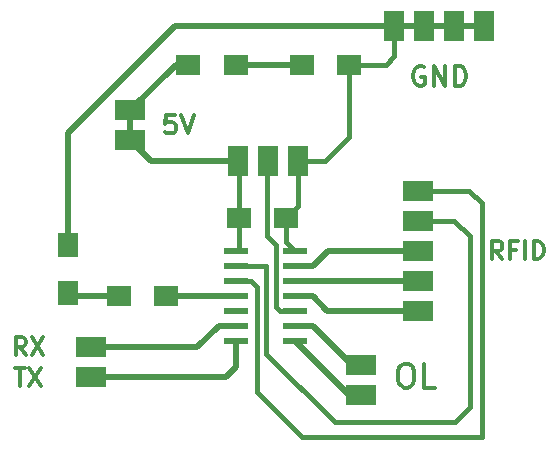
<source format=gbr>
%TF.GenerationSoftware,KiCad,Pcbnew,(6.0.0)*%
%TF.CreationDate,2022-04-27T09:57:14-04:00*%
%TF.ProjectId,Week13_Input,5765656b-3133-45f4-996e-7075742e6b69,rev?*%
%TF.SameCoordinates,Original*%
%TF.FileFunction,Copper,L1,Top*%
%TF.FilePolarity,Positive*%
%FSLAX46Y46*%
G04 Gerber Fmt 4.6, Leading zero omitted, Abs format (unit mm)*
G04 Created by KiCad (PCBNEW (6.0.0)) date 2022-04-27 09:57:14*
%MOMM*%
%LPD*%
G01*
G04 APERTURE LIST*
%ADD10C,0.300000*%
%TA.AperFunction,NonConductor*%
%ADD11C,0.300000*%
%TD*%
%TA.AperFunction,SMDPad,CuDef*%
%ADD12R,2.500000X1.700000*%
%TD*%
%TA.AperFunction,SMDPad,CuDef*%
%ADD13R,1.700000X2.000000*%
%TD*%
%TA.AperFunction,SMDPad,CuDef*%
%ADD14R,2.000000X1.700000*%
%TD*%
%TA.AperFunction,SMDPad,CuDef*%
%ADD15R,1.700000X2.500000*%
%TD*%
%TA.AperFunction,SMDPad,CuDef*%
%ADD16R,2.000000X0.600000*%
%TD*%
%TA.AperFunction,Conductor*%
%ADD17C,0.400000*%
%TD*%
%TA.AperFunction,Conductor*%
%ADD18C,0.500000*%
%TD*%
G04 APERTURE END LIST*
D10*
D11*
X177562000Y-107108761D02*
X177942952Y-107108761D01*
X178133428Y-107204000D01*
X178323904Y-107394476D01*
X178419142Y-107775428D01*
X178419142Y-108442095D01*
X178323904Y-108823047D01*
X178133428Y-109013523D01*
X177942952Y-109108761D01*
X177562000Y-109108761D01*
X177371523Y-109013523D01*
X177181047Y-108823047D01*
X177085809Y-108442095D01*
X177085809Y-107775428D01*
X177181047Y-107394476D01*
X177371523Y-107204000D01*
X177562000Y-107108761D01*
X180228666Y-109108761D02*
X179276285Y-109108761D01*
X179276285Y-107108761D01*
D10*
D11*
X185912285Y-98214571D02*
X185412285Y-97500285D01*
X185055142Y-98214571D02*
X185055142Y-96714571D01*
X185626571Y-96714571D01*
X185769428Y-96786000D01*
X185840857Y-96857428D01*
X185912285Y-97000285D01*
X185912285Y-97214571D01*
X185840857Y-97357428D01*
X185769428Y-97428857D01*
X185626571Y-97500285D01*
X185055142Y-97500285D01*
X187055142Y-97428857D02*
X186555142Y-97428857D01*
X186555142Y-98214571D02*
X186555142Y-96714571D01*
X187269428Y-96714571D01*
X187840857Y-98214571D02*
X187840857Y-96714571D01*
X188555142Y-98214571D02*
X188555142Y-96714571D01*
X188912285Y-96714571D01*
X189126571Y-96786000D01*
X189269428Y-96928857D01*
X189340857Y-97071714D01*
X189412285Y-97357428D01*
X189412285Y-97571714D01*
X189340857Y-97857428D01*
X189269428Y-98000285D01*
X189126571Y-98143142D01*
X188912285Y-98214571D01*
X188555142Y-98214571D01*
D10*
D11*
X179298761Y-81954000D02*
X179136857Y-81873047D01*
X178894000Y-81873047D01*
X178651142Y-81954000D01*
X178489238Y-82115904D01*
X178408285Y-82277809D01*
X178327333Y-82601619D01*
X178327333Y-82844476D01*
X178408285Y-83168285D01*
X178489238Y-83330190D01*
X178651142Y-83492095D01*
X178894000Y-83573047D01*
X179055904Y-83573047D01*
X179298761Y-83492095D01*
X179379714Y-83411142D01*
X179379714Y-82844476D01*
X179055904Y-82844476D01*
X180108285Y-83573047D02*
X180108285Y-81873047D01*
X181079714Y-83573047D01*
X181079714Y-81873047D01*
X181889238Y-83573047D02*
X181889238Y-81873047D01*
X182294000Y-81873047D01*
X182536857Y-81954000D01*
X182698761Y-82115904D01*
X182779714Y-82277809D01*
X182860666Y-82601619D01*
X182860666Y-82844476D01*
X182779714Y-83168285D01*
X182698761Y-83330190D01*
X182536857Y-83492095D01*
X182294000Y-83573047D01*
X181889238Y-83573047D01*
D10*
D11*
X145546000Y-106342571D02*
X145046000Y-105628285D01*
X144688857Y-106342571D02*
X144688857Y-104842571D01*
X145260285Y-104842571D01*
X145403142Y-104914000D01*
X145474571Y-104985428D01*
X145546000Y-105128285D01*
X145546000Y-105342571D01*
X145474571Y-105485428D01*
X145403142Y-105556857D01*
X145260285Y-105628285D01*
X144688857Y-105628285D01*
X146046000Y-104842571D02*
X147046000Y-106342571D01*
X147046000Y-104842571D02*
X146046000Y-106342571D01*
D10*
D11*
X144653142Y-107445071D02*
X145510285Y-107445071D01*
X145081714Y-108945071D02*
X145081714Y-107445071D01*
X145867428Y-107445071D02*
X146867428Y-108945071D01*
X146867428Y-107445071D02*
X145867428Y-108945071D01*
D10*
D11*
X158191238Y-85991809D02*
X157429333Y-85991809D01*
X157353142Y-86753714D01*
X157429333Y-86677523D01*
X157581714Y-86601333D01*
X157962666Y-86601333D01*
X158115047Y-86677523D01*
X158191238Y-86753714D01*
X158267428Y-86906095D01*
X158267428Y-87287047D01*
X158191238Y-87439428D01*
X158115047Y-87515619D01*
X157962666Y-87591809D01*
X157581714Y-87591809D01*
X157429333Y-87515619D01*
X157353142Y-87439428D01*
X158724571Y-85991809D02*
X159257904Y-87591809D01*
X159791238Y-85991809D01*
D12*
%TO.P,J1,1*%
%TO.N,Net-(J1-Pad1)*%
X151116000Y-105684000D03*
%TO.P,J1,2*%
%TO.N,Net-(J1-Pad2)*%
X151116000Y-108224000D03*
%TD*%
D13*
%TO.P,D2,1,K*%
%TO.N,Net-(C1-Pad1)*%
X149098000Y-97060000D03*
%TO.P,D2,2,A*%
%TO.N,Net-(D2-Pad2)*%
X149098000Y-101060000D03*
%TD*%
D14*
%TO.P,R1,1*%
%TO.N,Net-(C1-Pad2)*%
X159322000Y-81788000D03*
%TO.P,R1,2*%
%TO.N,Net-(D1-Pad2)*%
X163322000Y-81788000D03*
%TD*%
%TO.P,R2,1*%
%TO.N,Net-(D2-Pad2)*%
X153448000Y-101346000D03*
%TO.P,R2,2*%
%TO.N,Net-(R2-Pad2)*%
X157448000Y-101346000D03*
%TD*%
D12*
%TO.P,J3,1*%
%TO.N,Net-(J3-Pad1)*%
X173976000Y-107208000D03*
%TO.P,J3,2*%
%TO.N,Net-(J3-Pad2)*%
X173976000Y-109748000D03*
%TD*%
%TO.P,J4,1,Pin_1*%
%TO.N,Net-(J4-Pad1)*%
X178802000Y-92436000D03*
%TO.P,J4,2,Pin_2*%
%TO.N,Net-(J4-Pad2)*%
X178802000Y-94976000D03*
%TO.P,J4,3,Pin_3*%
%TO.N,Net-(J4-Pad3)*%
X178802000Y-97516000D03*
%TO.P,J4,4,Pin_4*%
%TO.N,Net-(J4-Pad4)*%
X178802000Y-100056000D03*
%TO.P,J4,5,Pin_5*%
%TO.N,Net-(J4-Pad5)*%
X178802000Y-102596000D03*
%TD*%
D15*
%TO.P,J5,1,Pin_1*%
%TO.N,Net-(C1-Pad1)*%
X184394000Y-78472000D03*
%TO.P,J5,2,Pin_2*%
X181854000Y-78472000D03*
%TO.P,J5,3,Pin_3*%
X179314000Y-78472000D03*
%TO.P,J5,4,Pin_4*%
X176774000Y-78472000D03*
%TD*%
D16*
%TO.P,U1,1,VCC*%
%TO.N,Net-(C1-Pad2)*%
X163387000Y-97536000D03*
%TO.P,U1,2,PA4*%
%TO.N,Net-(J4-Pad2)*%
X163387000Y-98806000D03*
%TO.P,U1,3,PA5*%
%TO.N,Net-(J4-Pad1)*%
X163387000Y-100076000D03*
%TO.P,U1,4,PA6/DAC*%
%TO.N,Net-(R2-Pad2)*%
X163387000Y-101346000D03*
%TO.P,U1,5,PA7*%
%TO.N,unconnected-(U1-Pad5)*%
X163387000Y-102616000D03*
%TO.P,U1,6,PB3/RXD*%
%TO.N,Net-(J1-Pad1)*%
X163387000Y-103886000D03*
%TO.P,U1,7,PB2/TXD*%
%TO.N,Net-(J1-Pad2)*%
X163387000Y-105156000D03*
%TO.P,U1,8,PB1/SDA*%
%TO.N,Net-(J3-Pad2)*%
X168337000Y-105156000D03*
%TO.P,U1,9,PB0/SCL*%
%TO.N,Net-(J3-Pad1)*%
X168337000Y-103886000D03*
%TO.P,U1,10,~{RESET}/UPDI/PA0*%
%TO.N,Net-(J2-Pad2)*%
X168337000Y-102616000D03*
%TO.P,U1,11,PA1*%
%TO.N,Net-(J4-Pad5)*%
X168337000Y-101346000D03*
%TO.P,U1,12,PA2*%
%TO.N,Net-(J4-Pad4)*%
X168337000Y-100076000D03*
%TO.P,U1,13,PA3/SCK*%
%TO.N,Net-(J4-Pad3)*%
X168337000Y-98806000D03*
%TO.P,U1,14,GND*%
%TO.N,Net-(C1-Pad1)*%
X168337000Y-97536000D03*
%TD*%
D12*
%TO.P,J6,1*%
%TO.N,Net-(C1-Pad2)*%
X154418000Y-85618000D03*
%TO.P,J6,2*%
X154418000Y-88158000D03*
%TD*%
D15*
%TO.P,J2,1,Pin_1*%
%TO.N,Net-(C1-Pad2)*%
X163566000Y-89930000D03*
%TO.P,J2,2,Pin_2*%
%TO.N,Net-(J2-Pad2)*%
X166106000Y-89930000D03*
%TO.P,J2,3,Pin_3*%
%TO.N,Net-(C1-Pad1)*%
X168646000Y-89930000D03*
%TD*%
D14*
%TO.P,D1,1,K*%
%TO.N,Net-(C1-Pad1)*%
X172942000Y-81788000D03*
%TO.P,D1,2,A*%
%TO.N,Net-(D1-Pad2)*%
X168942000Y-81788000D03*
%TD*%
%TO.P,C1,1*%
%TO.N,Net-(C1-Pad1)*%
X167608000Y-94742000D03*
%TO.P,C1,2*%
%TO.N,Net-(C1-Pad2)*%
X163608000Y-94742000D03*
%TD*%
D17*
%TO.N,Net-(C1-Pad1)*%
X168646000Y-93704000D02*
X167608000Y-94742000D01*
X168646000Y-89930000D02*
X168646000Y-93704000D01*
D18*
%TO.N,Net-(D1-Pad2)*%
X163322000Y-81788000D02*
X168942000Y-81788000D01*
D17*
%TO.N,Net-(C1-Pad1)*%
X176774000Y-81036000D02*
X176774000Y-78472000D01*
X167608000Y-96807000D02*
X168337000Y-97536000D01*
D18*
X184394000Y-78472000D02*
X181854000Y-78472000D01*
X149098000Y-97060000D02*
X149098000Y-87538978D01*
X181854000Y-78472000D02*
X179314000Y-78472000D01*
X158164978Y-78472000D02*
X176774000Y-78472000D01*
D17*
X170928000Y-89930000D02*
X168646000Y-89930000D01*
D18*
X149098000Y-87538978D02*
X158164978Y-78472000D01*
D17*
X167608000Y-94742000D02*
X167608000Y-96807000D01*
D18*
X179314000Y-78472000D02*
X176774000Y-78472000D01*
D17*
X172942000Y-87916000D02*
X170928000Y-89930000D01*
X172942000Y-81788000D02*
X176022000Y-81788000D01*
X176022000Y-81788000D02*
X176774000Y-81036000D01*
X172942000Y-81788000D02*
X172942000Y-87916000D01*
D18*
%TO.N,Net-(D2-Pad2)*%
X149384000Y-101346000D02*
X149098000Y-101060000D01*
X153448000Y-101346000D02*
X149384000Y-101346000D01*
%TO.N,Net-(J1-Pad1)*%
X163387000Y-103886000D02*
X161887000Y-103886000D01*
X160089000Y-105684000D02*
X151116000Y-105684000D01*
X161887000Y-103886000D02*
X160089000Y-105684000D01*
%TO.N,Net-(J1-Pad2)*%
X163387000Y-107377000D02*
X163387000Y-105156000D01*
X151116000Y-108224000D02*
X162540000Y-108224000D01*
X162540000Y-108224000D02*
X163387000Y-107377000D01*
D17*
%TO.N,Net-(J2-Pad2)*%
X166737489Y-97028000D02*
X166737489Y-102245511D01*
X167107978Y-102616000D02*
X168337000Y-102616000D01*
X166106000Y-89930000D02*
X166008489Y-90027511D01*
X166008489Y-96299000D02*
X166737489Y-97028000D01*
X166008489Y-90027511D02*
X166008489Y-96299000D01*
X166737489Y-102245511D02*
X167107978Y-102616000D01*
D18*
%TO.N,Net-(J3-Pad2)*%
X172929000Y-109748000D02*
X173976000Y-109748000D01*
X168337000Y-105156000D02*
X172929000Y-109748000D01*
%TO.N,Net-(J4-Pad3)*%
X169837000Y-98806000D02*
X171127000Y-97516000D01*
X171127000Y-97516000D02*
X178802000Y-97516000D01*
X168337000Y-98806000D02*
X169837000Y-98806000D01*
%TO.N,Net-(J4-Pad4)*%
X178782000Y-100076000D02*
X178802000Y-100056000D01*
X168337000Y-100076000D02*
X178782000Y-100076000D01*
%TO.N,Net-(J4-Pad5)*%
X169837000Y-101346000D02*
X171087000Y-102596000D01*
X168337000Y-101346000D02*
X169837000Y-101346000D01*
X171087000Y-102596000D02*
X178802000Y-102596000D01*
D17*
%TO.N,Net-(C1-Pad2)*%
X163566000Y-94700000D02*
X163608000Y-94742000D01*
X163608000Y-94742000D02*
X163608000Y-89972000D01*
D18*
X156190000Y-89930000D02*
X154418000Y-88158000D01*
X158248000Y-81788000D02*
X159322000Y-81788000D01*
D17*
X163608000Y-94742000D02*
X163608000Y-97315000D01*
D18*
X154418000Y-88158000D02*
X154418000Y-85618000D01*
D17*
X163608000Y-97315000D02*
X163387000Y-97536000D01*
X163608000Y-89972000D02*
X163566000Y-89930000D01*
D18*
X163566000Y-89930000D02*
X156190000Y-89930000D01*
X154418000Y-85618000D02*
X158248000Y-81788000D01*
%TO.N,Net-(J3-Pad1)*%
X173159000Y-107208000D02*
X173976000Y-107208000D01*
X169837000Y-103886000D02*
X173159000Y-107208000D01*
D17*
X172888022Y-107208000D02*
X173976000Y-107208000D01*
D18*
X168337000Y-103886000D02*
X169837000Y-103886000D01*
D17*
%TO.N,Net-(J4-Pad1)*%
X183114000Y-92436000D02*
X178802000Y-92436000D01*
X184150000Y-93472000D02*
X183114000Y-92436000D01*
X165138449Y-100598427D02*
X165138449Y-109512449D01*
X163387000Y-100076000D02*
X164616022Y-100076000D01*
X164616022Y-100076000D02*
X165138449Y-100598427D01*
X168910000Y-113284000D02*
X184150000Y-113284000D01*
X165138449Y-109512449D02*
X168910000Y-113284000D01*
X184150000Y-113284000D02*
X184150000Y-93472000D01*
%TO.N,Net-(J4-Pad2)*%
X181844000Y-94976000D02*
X178802000Y-94976000D01*
X183134000Y-110744000D02*
X183134000Y-96266000D01*
X163387000Y-98806000D02*
X165937969Y-98806000D01*
X181864000Y-112014000D02*
X183134000Y-110744000D01*
X183134000Y-96266000D02*
X181844000Y-94976000D01*
X171704000Y-112014000D02*
X181864000Y-112014000D01*
X165937969Y-98806000D02*
X165937969Y-106247969D01*
X165937969Y-106247969D02*
X171704000Y-112014000D01*
D18*
%TO.N,Net-(R2-Pad2)*%
X163387000Y-101346000D02*
X157448000Y-101346000D01*
%TD*%
M02*

</source>
